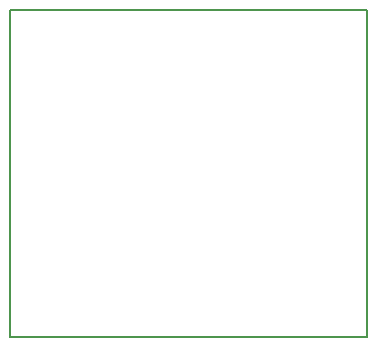
<source format=gm1>
G04 MADE WITH FRITZING*
G04 WWW.FRITZING.ORG*
G04 DOUBLE SIDED*
G04 HOLES PLATED*
G04 CONTOUR ON CENTER OF CONTOUR VECTOR*
%ASAXBY*%
%FSLAX23Y23*%
%MOIN*%
%OFA0B0*%
%SFA1.0B1.0*%
%ADD10R,1.196850X1.098430*%
%ADD11C,0.008000*%
%ADD10C,0.008*%
%LNCONTOUR*%
G90*
G70*
G54D10*
G54D11*
X4Y1094D02*
X1193Y1094D01*
X1193Y4D01*
X4Y4D01*
X4Y1094D01*
D02*
G04 End of contour*
M02*
</source>
